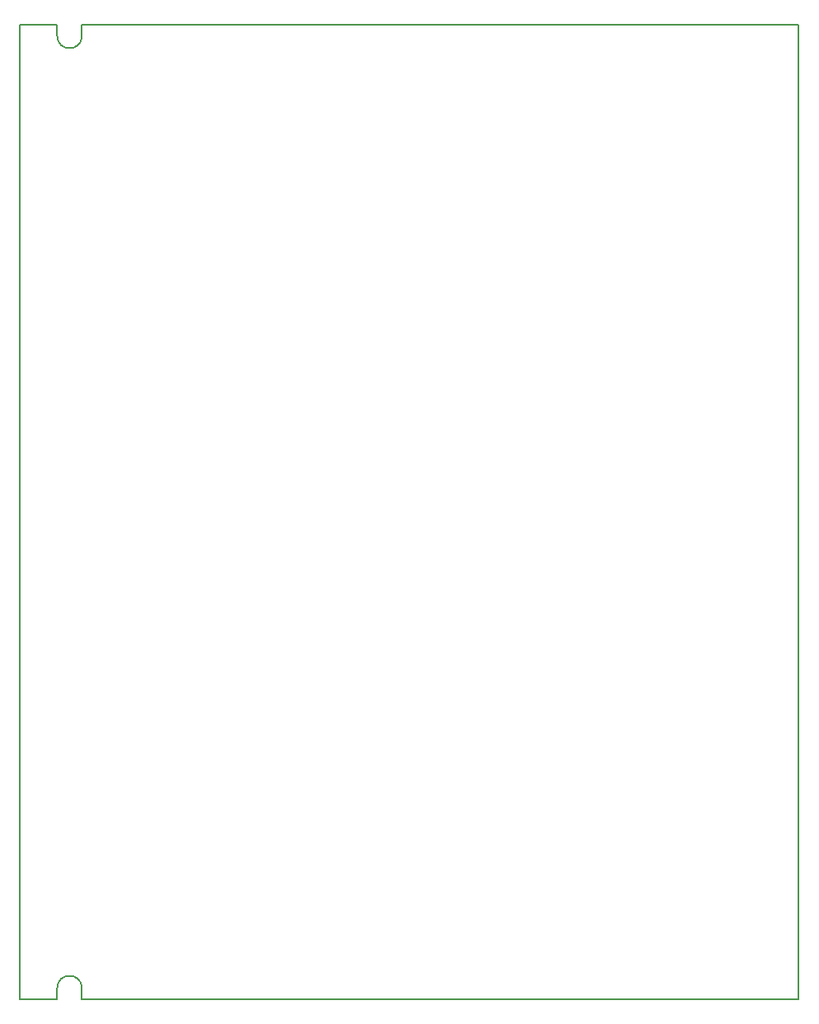
<source format=gbr>
G04 DipTrace 4.3.0.5*
G04 BoardOutline.gbr*
%MOMM*%
G04 #@! TF.FileFunction,Profile*
G04 #@! TF.Part,Single*
%ADD12C,0.14*%
%FSLAX35Y35*%
G04*
G71*
G90*
G75*
G01*
G04 BoardOutline*
%LPD*%
X-7620000Y-5000000D2*
D12*
Y-4889500D1*
X-7366000Y-5000000D2*
Y-4889500D1*
X-7620000D2*
G02X-7366000Y-4889500I127000J0D01*
G01*
X-7620000Y5000627D2*
Y4890127D1*
X-7366000Y5000627D2*
Y4890127D1*
X-7620000D2*
G03X-7366000Y4890127I127000J0D01*
G01*
X-8000000Y5000000D2*
X-7620000D1*
X-7366000D2*
X0D1*
X-8000000Y-5000000D2*
X-7620000D1*
X-7366000D2*
X0D1*
X-8000000Y5000000D2*
Y-5000000D1*
X0Y5000000D2*
Y-5000000D1*
M02*

</source>
